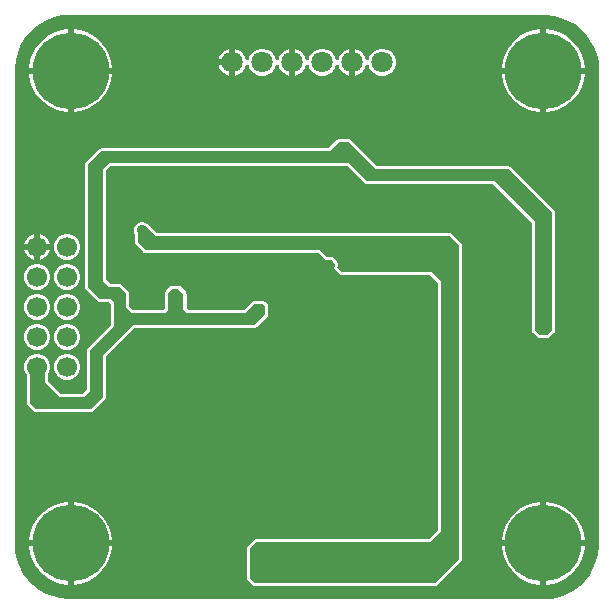
<source format=gbl>
G04*
G04 #@! TF.GenerationSoftware,Altium Limited,Altium Designer,22.3.1 (43)*
G04*
G04 Layer_Physical_Order=2*
G04 Layer_Color=16711680*
%FSLAX25Y25*%
%MOIN*%
G70*
G04*
G04 #@! TF.SameCoordinates,2454C8F7-4EAD-40B7-BFB8-64AA641CEC59*
G04*
G04*
G04 #@! TF.FilePolarity,Positive*
G04*
G01*
G75*
%ADD58C,0.25591*%
%ADD59C,0.06693*%
%ADD60C,0.07087*%
%ADD61C,0.03543*%
%ADD62C,0.05000*%
G36*
X20484Y195830D02*
X20499Y195832D01*
X20514Y195829D01*
X176850D01*
X176858Y195831D01*
X176867Y195829D01*
X178135Y195850D01*
X180653Y195547D01*
X183108Y194906D01*
X185453Y193939D01*
X187645Y192664D01*
X189646Y191104D01*
X191416Y189288D01*
X192925Y187249D01*
X194144Y185024D01*
X195051Y182655D01*
X195629Y180186D01*
X195869Y177655D01*
X195830Y176368D01*
X195832Y176352D01*
X195829Y176337D01*
Y20000D01*
X195831Y19992D01*
X195829Y19984D01*
X195850Y18716D01*
X195547Y16197D01*
X194906Y13743D01*
X193939Y11398D01*
X192664Y9205D01*
X191104Y7205D01*
X189288Y5434D01*
X187249Y3925D01*
X185024Y2706D01*
X182655Y1799D01*
X180186Y1221D01*
X177655Y982D01*
X176368Y1021D01*
X176352Y1018D01*
X176337Y1021D01*
X20000Y1021D01*
X19992Y1020D01*
X19984Y1021D01*
X18716Y1001D01*
X16197Y1304D01*
X13743Y1944D01*
X11398Y2911D01*
X9205Y4186D01*
X7205Y5746D01*
X5434Y7563D01*
X3925Y9602D01*
X2706Y11826D01*
X1799Y14195D01*
X1221Y16665D01*
X982Y19196D01*
X1021Y20483D01*
X1018Y20498D01*
X1021Y20514D01*
X1022Y176852D01*
X1021Y176860D01*
X1022Y176868D01*
X1002Y178136D01*
X1305Y180654D01*
X1946Y183108D01*
X2912Y185453D01*
X4187Y187645D01*
X5747Y189645D01*
X7563Y191416D01*
X9602Y192924D01*
X11826Y194143D01*
X14195Y195050D01*
X16664Y195628D01*
X19195Y195868D01*
X20484Y195830D01*
D02*
G37*
%LPC*%
G36*
X72500Y184436D02*
X71746Y184234D01*
X70710Y183635D01*
X69864Y182790D01*
X69266Y181754D01*
X69064Y181000D01*
X72500D01*
Y184436D01*
D02*
G37*
G36*
X84098Y184543D02*
X82902D01*
X81746Y184234D01*
X80710Y183635D01*
X79865Y182790D01*
X79266Y181754D01*
X78993Y180734D01*
X78007D01*
X77734Y181754D01*
X77135Y182790D01*
X76290Y183635D01*
X75254Y184234D01*
X74500Y184436D01*
Y180000D01*
Y175564D01*
X75254Y175766D01*
X76290Y176365D01*
X77135Y177210D01*
X77734Y178246D01*
X78007Y179267D01*
X78993D01*
X79266Y178246D01*
X79865Y177210D01*
X80710Y176365D01*
X81746Y175766D01*
X82902Y175457D01*
X84098D01*
X85254Y175766D01*
X86290Y176365D01*
X87135Y177210D01*
X87734Y178246D01*
X88007Y179267D01*
X88993D01*
X89266Y178246D01*
X89864Y177210D01*
X90710Y176365D01*
X91746Y175766D01*
X92500Y175564D01*
Y180000D01*
Y184436D01*
X91746Y184234D01*
X90710Y183635D01*
X89864Y182790D01*
X89266Y181754D01*
X88993Y180734D01*
X88007D01*
X87734Y181754D01*
X87135Y182790D01*
X86290Y183635D01*
X85254Y184234D01*
X84098Y184543D01*
D02*
G37*
G36*
X124098D02*
X122902D01*
X121746Y184234D01*
X120710Y183635D01*
X119864Y182790D01*
X119266Y181754D01*
X118993Y180734D01*
X118007D01*
X117734Y181754D01*
X117136Y182790D01*
X116290Y183635D01*
X115254Y184234D01*
X114500Y184436D01*
Y180000D01*
Y175564D01*
X115254Y175766D01*
X116290Y176365D01*
X117136Y177210D01*
X117734Y178246D01*
X118007Y179267D01*
X118993D01*
X119266Y178246D01*
X119864Y177210D01*
X120710Y176365D01*
X121746Y175766D01*
X122902Y175457D01*
X124098D01*
X125254Y175766D01*
X126290Y176365D01*
X127136Y177210D01*
X127734Y178246D01*
X128043Y179402D01*
Y180598D01*
X127734Y181754D01*
X127136Y182790D01*
X126290Y183635D01*
X125254Y184234D01*
X124098Y184543D01*
D02*
G37*
G36*
X104098D02*
X102902D01*
X101746Y184234D01*
X100710Y183635D01*
X99865Y182790D01*
X99266Y181754D01*
X98993Y180734D01*
X98007D01*
X97734Y181754D01*
X97136Y182790D01*
X96290Y183635D01*
X95254Y184234D01*
X94500Y184436D01*
Y180000D01*
Y175564D01*
X95254Y175766D01*
X96290Y176365D01*
X97136Y177210D01*
X97734Y178246D01*
X98007Y179267D01*
X98993D01*
X99266Y178246D01*
X99865Y177210D01*
X100710Y176365D01*
X101746Y175766D01*
X102902Y175457D01*
X104098D01*
X105254Y175766D01*
X106290Y176365D01*
X107135Y177210D01*
X107734Y178246D01*
X108007Y179267D01*
X108993D01*
X109266Y178246D01*
X109864Y177210D01*
X110710Y176365D01*
X111746Y175766D01*
X112500Y175564D01*
Y180000D01*
Y184436D01*
X111746Y184234D01*
X110710Y183635D01*
X109864Y182790D01*
X109266Y181754D01*
X108993Y180734D01*
X108007D01*
X107734Y181754D01*
X107135Y182790D01*
X106290Y183635D01*
X105254Y184234D01*
X104098Y184543D01*
D02*
G37*
G36*
X178251Y190961D02*
X178165D01*
Y178165D01*
X190961D01*
Y178251D01*
X190621Y180396D01*
X189950Y182461D01*
X188964Y184396D01*
X187688Y186152D01*
X186152Y187688D01*
X184396Y188964D01*
X182461Y189950D01*
X180396Y190621D01*
X178251Y190961D01*
D02*
G37*
G36*
X176165D02*
X176080D01*
X173935Y190621D01*
X171870Y189950D01*
X169935Y188964D01*
X168178Y187688D01*
X166643Y186152D01*
X165367Y184396D01*
X164381Y182461D01*
X163710Y180396D01*
X163370Y178251D01*
Y178165D01*
X176165D01*
Y190961D01*
D02*
G37*
G36*
X20771D02*
X20685D01*
Y178165D01*
X33480D01*
Y178251D01*
X33141Y180396D01*
X32470Y182461D01*
X31484Y184396D01*
X30207Y186152D01*
X28672Y187688D01*
X26915Y188964D01*
X24981Y189950D01*
X22915Y190621D01*
X20771Y190961D01*
D02*
G37*
G36*
X18685D02*
X18599D01*
X16455Y190621D01*
X14390Y189950D01*
X12455Y188964D01*
X10698Y187688D01*
X9163Y186152D01*
X7886Y184396D01*
X6900Y182461D01*
X6229Y180396D01*
X5890Y178251D01*
Y178165D01*
X18685D01*
Y190961D01*
D02*
G37*
G36*
X72500Y179000D02*
X69064D01*
X69266Y178246D01*
X69864Y177210D01*
X70710Y176365D01*
X71746Y175766D01*
X72500Y175564D01*
Y179000D01*
D02*
G37*
G36*
X190961Y176165D02*
X178165D01*
Y163370D01*
X178251D01*
X180396Y163710D01*
X182461Y164381D01*
X184396Y165367D01*
X186152Y166643D01*
X187688Y168178D01*
X188964Y169935D01*
X189950Y171870D01*
X190621Y173935D01*
X190961Y176080D01*
Y176165D01*
D02*
G37*
G36*
X176165D02*
X163370D01*
Y176080D01*
X163710Y173935D01*
X164381Y171870D01*
X165367Y169935D01*
X166643Y168178D01*
X168178Y166643D01*
X169935Y165367D01*
X171870Y164381D01*
X173935Y163710D01*
X176080Y163370D01*
X176165D01*
Y176165D01*
D02*
G37*
G36*
X33480D02*
X20685D01*
Y163370D01*
X20771D01*
X22915Y163710D01*
X24981Y164381D01*
X26915Y165367D01*
X28672Y166643D01*
X30207Y168178D01*
X31484Y169935D01*
X32470Y171870D01*
X33141Y173935D01*
X33480Y176080D01*
Y176165D01*
D02*
G37*
G36*
X18685D02*
X5890D01*
Y176080D01*
X6229Y173935D01*
X6900Y171870D01*
X7886Y169935D01*
X9163Y168178D01*
X10698Y166643D01*
X12455Y165367D01*
X14390Y164381D01*
X16455Y163710D01*
X18599Y163370D01*
X18685D01*
Y176165D01*
D02*
G37*
G36*
X9500Y122732D02*
Y119500D01*
X12732D01*
X12550Y120178D01*
X11978Y121169D01*
X11169Y121978D01*
X10178Y122550D01*
X9500Y122732D01*
D02*
G37*
G36*
X7500D02*
X6822Y122550D01*
X5831Y121978D01*
X5022Y121169D01*
X4450Y120178D01*
X4268Y119500D01*
X7500D01*
Y122732D01*
D02*
G37*
G36*
X12732Y117500D02*
X9500D01*
Y114268D01*
X10178Y114450D01*
X11169Y115022D01*
X11978Y115831D01*
X12550Y116822D01*
X12732Y117500D01*
D02*
G37*
G36*
X7500D02*
X4268D01*
X4450Y116822D01*
X5022Y115831D01*
X5831Y115022D01*
X6822Y114450D01*
X7500Y114268D01*
Y117500D01*
D02*
G37*
G36*
X19072Y122846D02*
X17928D01*
X16822Y122550D01*
X15831Y121978D01*
X15022Y121169D01*
X14450Y120178D01*
X14154Y119072D01*
Y117928D01*
X14450Y116822D01*
X15022Y115831D01*
X15831Y115022D01*
X16822Y114450D01*
X17928Y114154D01*
X19072D01*
X20178Y114450D01*
X21169Y115022D01*
X21978Y115831D01*
X22550Y116822D01*
X22846Y117928D01*
Y119072D01*
X22550Y120178D01*
X21978Y121169D01*
X21169Y121978D01*
X20178Y122550D01*
X19072Y122846D01*
D02*
G37*
G36*
Y112847D02*
X17928D01*
X16822Y112550D01*
X15831Y111978D01*
X15022Y111169D01*
X14450Y110178D01*
X14154Y109072D01*
Y107928D01*
X14450Y106822D01*
X15022Y105831D01*
X15831Y105022D01*
X16822Y104450D01*
X17928Y104154D01*
X19072D01*
X20178Y104450D01*
X21169Y105022D01*
X21978Y105831D01*
X22550Y106822D01*
X22846Y107928D01*
Y109072D01*
X22550Y110178D01*
X21978Y111169D01*
X21169Y111978D01*
X20178Y112550D01*
X19072Y112847D01*
D02*
G37*
G36*
X9072D02*
X7928D01*
X6822Y112550D01*
X5831Y111978D01*
X5022Y111169D01*
X4450Y110178D01*
X4154Y109072D01*
Y107928D01*
X4450Y106822D01*
X5022Y105831D01*
X5831Y105022D01*
X6822Y104450D01*
X7928Y104154D01*
X9072D01*
X10178Y104450D01*
X11169Y105022D01*
X11978Y105831D01*
X12550Y106822D01*
X12846Y107928D01*
Y109072D01*
X12550Y110178D01*
X11978Y111169D01*
X11169Y111978D01*
X10178Y112550D01*
X9072Y112847D01*
D02*
G37*
G36*
X19072Y102847D02*
X17928D01*
X16822Y102550D01*
X15831Y101978D01*
X15022Y101169D01*
X14450Y100178D01*
X14154Y99072D01*
Y97928D01*
X14450Y96822D01*
X15022Y95831D01*
X15831Y95022D01*
X16822Y94450D01*
X17928Y94153D01*
X19072D01*
X20178Y94450D01*
X21169Y95022D01*
X21978Y95831D01*
X22550Y96822D01*
X22846Y97928D01*
Y99072D01*
X22550Y100178D01*
X21978Y101169D01*
X21169Y101978D01*
X20178Y102550D01*
X19072Y102847D01*
D02*
G37*
G36*
X9072D02*
X7928D01*
X6822Y102550D01*
X5831Y101978D01*
X5022Y101169D01*
X4450Y100178D01*
X4154Y99072D01*
Y97928D01*
X4450Y96822D01*
X5022Y95831D01*
X5831Y95022D01*
X6822Y94450D01*
X7928Y94153D01*
X9072D01*
X10178Y94450D01*
X11169Y95022D01*
X11978Y95831D01*
X12550Y96822D01*
X12846Y97928D01*
Y99072D01*
X12550Y100178D01*
X11978Y101169D01*
X11169Y101978D01*
X10178Y102550D01*
X9072Y102847D01*
D02*
G37*
G36*
X112500Y154520D02*
X109000D01*
X108610Y154442D01*
X108279Y154221D01*
X105578Y151520D01*
X30000D01*
X29610Y151442D01*
X29279Y151221D01*
X24779Y146721D01*
X24558Y146390D01*
X24480Y146000D01*
Y105000D01*
X24558Y104610D01*
X24779Y104279D01*
X28779Y100279D01*
X29110Y100058D01*
X29500Y99980D01*
X32578D01*
X32980Y99578D01*
X32980Y92422D01*
X25279Y84721D01*
X25058Y84390D01*
X24980Y84000D01*
X24980Y70922D01*
X23578Y69520D01*
X16422D01*
X12030Y73912D01*
Y75922D01*
X12550Y76822D01*
X12846Y77928D01*
Y79072D01*
X12550Y80178D01*
X11978Y81169D01*
X11169Y81978D01*
X10178Y82550D01*
X9072Y82846D01*
X7928D01*
X6822Y82550D01*
X5831Y81978D01*
X5022Y81169D01*
X4450Y80178D01*
X4154Y79072D01*
Y77928D01*
X4450Y76822D01*
X4970Y75922D01*
Y70500D01*
X4980Y70419D01*
Y66500D01*
X5058Y66110D01*
X5279Y65779D01*
X7279Y63779D01*
X7279Y63779D01*
X7610Y63558D01*
X8000Y63480D01*
X16000Y63480D01*
X26500Y63480D01*
X26890Y63558D01*
X27221Y63779D01*
X31221Y67779D01*
X31442Y68110D01*
X31520Y68500D01*
Y82078D01*
X40922Y91480D01*
X80787D01*
X80853Y91493D01*
X80920Y91489D01*
X81046Y91532D01*
X81177Y91558D01*
X81233Y91595D01*
X81297Y91617D01*
X81324Y91633D01*
X81402Y91654D01*
X81463Y91684D01*
X81529Y91697D01*
X81640Y91771D01*
X81759Y91830D01*
X81804Y91880D01*
X81860Y91918D01*
X85278Y95336D01*
X85499Y95667D01*
X85576Y96057D01*
Y98596D01*
X85499Y98986D01*
X85278Y99317D01*
X84374Y100221D01*
X84043Y100442D01*
X83653Y100520D01*
X80863D01*
X80473Y100442D01*
X80142Y100221D01*
X77441Y97520D01*
X59500Y97520D01*
X58922D01*
X58291Y98151D01*
Y102881D01*
X58214Y103271D01*
X57993Y103602D01*
X56291Y105304D01*
X55960Y105525D01*
X55570Y105602D01*
X53430D01*
X53040Y105525D01*
X52709Y105304D01*
X51279Y103874D01*
X51058Y103543D01*
X50980Y103153D01*
Y97922D01*
X50578Y97520D01*
X47000Y97520D01*
X40422Y97520D01*
X39020Y98922D01*
X39020Y103000D01*
X38942Y103390D01*
X38721Y103721D01*
X36721Y105721D01*
X36390Y105942D01*
X36000Y106020D01*
X32961Y106020D01*
X31520Y107462D01*
Y131000D01*
X31520Y144078D01*
X32922Y145480D01*
X112078D01*
X117779Y139779D01*
X118110Y139558D01*
X118500Y139480D01*
X160578D01*
X173480Y126578D01*
Y90500D01*
X173558Y90110D01*
X173779Y89779D01*
X173779Y89779D01*
X175278Y88280D01*
X175278Y88280D01*
X175609Y88059D01*
X175999Y87981D01*
X178501D01*
X178891Y88059D01*
X179222Y88280D01*
X180721Y89779D01*
X180942Y90110D01*
X181020Y90500D01*
X181020Y130000D01*
X180942Y130390D01*
X180721Y130721D01*
X172721Y138721D01*
X166221Y145221D01*
X165890Y145442D01*
X165500Y145520D01*
X121922Y145520D01*
X113221Y154221D01*
X112890Y154442D01*
X112500Y154520D01*
D02*
G37*
G36*
X19072Y92847D02*
X17928D01*
X16822Y92550D01*
X15831Y91978D01*
X15022Y91169D01*
X14450Y90178D01*
X14154Y89072D01*
Y87928D01*
X14450Y86822D01*
X15022Y85831D01*
X15831Y85022D01*
X16822Y84450D01*
X17928Y84153D01*
X19072D01*
X20178Y84450D01*
X21169Y85022D01*
X21978Y85831D01*
X22550Y86822D01*
X22846Y87928D01*
Y89072D01*
X22550Y90178D01*
X21978Y91169D01*
X21169Y91978D01*
X20178Y92550D01*
X19072Y92847D01*
D02*
G37*
G36*
X9072D02*
X7928D01*
X6822Y92550D01*
X5831Y91978D01*
X5022Y91169D01*
X4450Y90178D01*
X4154Y89072D01*
Y87928D01*
X4450Y86822D01*
X5022Y85831D01*
X5831Y85022D01*
X6822Y84450D01*
X7928Y84153D01*
X9072D01*
X10178Y84450D01*
X11169Y85022D01*
X11978Y85831D01*
X12550Y86822D01*
X12846Y87928D01*
Y89072D01*
X12550Y90178D01*
X11978Y91169D01*
X11169Y91978D01*
X10178Y92550D01*
X9072Y92847D01*
D02*
G37*
G36*
X19072Y82846D02*
X17928D01*
X16822Y82550D01*
X15831Y81978D01*
X15022Y81169D01*
X14450Y80178D01*
X14154Y79072D01*
Y77928D01*
X14450Y76822D01*
X15022Y75831D01*
X15831Y75022D01*
X16822Y74450D01*
X17928Y74154D01*
X19072D01*
X20178Y74450D01*
X21169Y75022D01*
X21978Y75831D01*
X22550Y76822D01*
X22846Y77928D01*
Y79072D01*
X22550Y80178D01*
X21978Y81169D01*
X21169Y81978D01*
X20178Y82550D01*
X19072Y82846D01*
D02*
G37*
G36*
X178251Y33480D02*
X178165D01*
Y20685D01*
X190961D01*
Y20771D01*
X190621Y22915D01*
X189950Y24981D01*
X188964Y26915D01*
X187688Y28672D01*
X186152Y30207D01*
X184396Y31484D01*
X182461Y32470D01*
X180396Y33141D01*
X178251Y33480D01*
D02*
G37*
G36*
X176165D02*
X176080D01*
X173935Y33141D01*
X171870Y32470D01*
X169935Y31484D01*
X168178Y30207D01*
X166643Y28672D01*
X165367Y26915D01*
X164381Y24981D01*
X163710Y22915D01*
X163370Y20771D01*
Y20685D01*
X176165D01*
Y33480D01*
D02*
G37*
G36*
X20771D02*
X20685D01*
Y20685D01*
X33480D01*
Y20771D01*
X33141Y22915D01*
X32470Y24981D01*
X31484Y26915D01*
X30207Y28672D01*
X28672Y30207D01*
X26915Y31484D01*
X24981Y32470D01*
X22915Y33141D01*
X20771Y33480D01*
D02*
G37*
G36*
X18685D02*
X18599D01*
X16455Y33141D01*
X14390Y32470D01*
X12455Y31484D01*
X10698Y30207D01*
X9163Y28672D01*
X7886Y26915D01*
X6900Y24981D01*
X6229Y22915D01*
X5890Y20771D01*
Y20685D01*
X18685D01*
Y33480D01*
D02*
G37*
G36*
X190961Y18685D02*
X178165D01*
Y5890D01*
X178251D01*
X180396Y6229D01*
X182461Y6900D01*
X184396Y7886D01*
X186152Y9163D01*
X187688Y10698D01*
X188964Y12455D01*
X189950Y14390D01*
X190621Y16455D01*
X190961Y18599D01*
Y18685D01*
D02*
G37*
G36*
X176165D02*
X163370D01*
Y18599D01*
X163710Y16455D01*
X164381Y14390D01*
X165367Y12455D01*
X166643Y10698D01*
X168178Y9163D01*
X169935Y7886D01*
X171870Y6900D01*
X173935Y6229D01*
X176080Y5890D01*
X176165D01*
Y18685D01*
D02*
G37*
G36*
X33480D02*
X20685D01*
Y5890D01*
X20771D01*
X22915Y6229D01*
X24981Y6900D01*
X26915Y7886D01*
X28672Y9163D01*
X30207Y10698D01*
X31484Y12455D01*
X32470Y14390D01*
X33141Y16455D01*
X33480Y18599D01*
Y18685D01*
D02*
G37*
G36*
X18685D02*
X5890D01*
Y18599D01*
X6229Y16455D01*
X6900Y14390D01*
X7886Y12455D01*
X9163Y10698D01*
X10698Y9163D01*
X12455Y7886D01*
X14390Y6900D01*
X16455Y6229D01*
X18599Y5890D01*
X18685D01*
Y18685D01*
D02*
G37*
G36*
X43865Y126772D02*
X43135D01*
X42430Y126583D01*
X41798Y126218D01*
X41282Y125702D01*
X40917Y125070D01*
X40728Y124365D01*
Y123635D01*
X40917Y122930D01*
X40980Y122821D01*
X40980Y119999D01*
X41058Y119609D01*
X41279Y119278D01*
X41279Y119278D01*
X43778Y116779D01*
X43778Y116779D01*
X44109Y116558D01*
X44499Y116480D01*
X102078D01*
X104278Y114280D01*
X104388Y114206D01*
X104489Y114119D01*
X104552Y114097D01*
X104608Y114059D01*
X104739Y114033D01*
X104865Y113991D01*
X104932Y113995D01*
X104999Y113982D01*
X105129Y114008D01*
X105262Y114017D01*
X105640Y114118D01*
X106102D01*
X106547Y113998D01*
X106947Y113768D01*
X107273Y113442D01*
X107503Y113042D01*
X107623Y112596D01*
Y112135D01*
X107522Y111757D01*
X107513Y111624D01*
X107487Y111494D01*
X107500Y111427D01*
X107496Y111360D01*
X107539Y111234D01*
X107565Y111103D01*
X107602Y111047D01*
X107624Y110984D01*
X107712Y110883D01*
X107786Y110773D01*
X109279Y109279D01*
X109610Y109058D01*
X110000Y108980D01*
X139578D01*
X141980Y106578D01*
Y23864D01*
X139136Y21020D01*
X81500D01*
X81110Y20942D01*
X80779Y20721D01*
X78779Y18721D01*
X78558Y18390D01*
X78480Y18000D01*
Y8000D01*
X78558Y7610D01*
X78779Y7279D01*
X78779Y7279D01*
X80279Y5779D01*
X80610Y5558D01*
X81000Y5480D01*
X141000D01*
X141390Y5558D01*
X141721Y5779D01*
X149721Y13779D01*
X149942Y14110D01*
X150020Y14500D01*
Y119000D01*
X149942Y119390D01*
X149721Y119721D01*
X146721Y122721D01*
X146390Y122942D01*
X146000Y123020D01*
X48422D01*
X45721Y125721D01*
X45654Y125766D01*
X45202Y126218D01*
X44570Y126583D01*
X43865Y126772D01*
D02*
G37*
%LPD*%
G36*
X121500Y144500D02*
X165500Y144500D01*
X172000Y138000D01*
X180000Y130000D01*
X180000Y90500D01*
X178501Y89001D01*
X175999D01*
X174500Y90500D01*
Y127000D01*
X161000Y140500D01*
X118500D01*
X112500Y146500D01*
X32500D01*
X30500Y144500D01*
X30500Y131000D01*
Y107039D01*
X32539Y105000D01*
X36000Y105000D01*
X38000Y103000D01*
X38000Y98500D01*
X40000Y96500D01*
X47000Y96500D01*
X51000Y96500D01*
X52000Y97500D01*
Y103153D01*
X53430Y104583D01*
X55570D01*
X57272Y102881D01*
Y97728D01*
X58500Y96500D01*
X59500D01*
X77500Y96500D01*
X77864D01*
X80863Y99500D01*
X83653D01*
X84557Y98596D01*
Y96057D01*
X81139Y92639D01*
X80930Y92583D01*
X80787Y92500D01*
X40500D01*
X30500Y82500D01*
Y68500D01*
X26500Y64500D01*
X16000Y64500D01*
X8000Y64500D01*
X6000Y66500D01*
Y73500D01*
X11000D01*
X16000Y68500D01*
X24000D01*
X26000Y70500D01*
X26000Y84000D01*
X34000Y92000D01*
X34000Y100000D01*
X33000Y101000D01*
X29500D01*
X25500Y105000D01*
Y146000D01*
X30000Y150500D01*
X106000D01*
X109000Y153500D01*
X112500D01*
X121500Y144500D01*
D02*
G37*
G36*
X48000Y122000D02*
X146000D01*
X149000Y119000D01*
Y14500D01*
X141000Y6500D01*
X81000D01*
X79500Y8000D01*
Y18000D01*
X81500Y20000D01*
X139558D01*
X143000Y23442D01*
Y107000D01*
X140000Y110000D01*
X110000D01*
X108507Y111494D01*
X108642Y112001D01*
Y112731D01*
X108454Y113436D01*
X108089Y114068D01*
X107573Y114584D01*
X106941Y114949D01*
X106236Y115138D01*
X105506D01*
X104999Y115001D01*
X102500Y117500D01*
X44499D01*
X42000Y119999D01*
X42000Y124500D01*
X42500Y125000D01*
X45000Y125000D01*
X48000Y122000D01*
D02*
G37*
D58*
X19685Y19685D02*
D03*
X177165Y177165D02*
D03*
Y19685D02*
D03*
X19685Y177165D02*
D03*
D59*
X8500Y88500D02*
D03*
X18500Y78500D02*
D03*
Y88500D02*
D03*
Y118500D02*
D03*
X8500Y108500D02*
D03*
Y98500D02*
D03*
Y78500D02*
D03*
X18500Y108500D02*
D03*
Y98500D02*
D03*
X8500Y118500D02*
D03*
D60*
X123500Y180000D02*
D03*
X83500D02*
D03*
X93500D02*
D03*
X113500D02*
D03*
X73500D02*
D03*
X103500D02*
D03*
D61*
X192913Y62992D02*
D03*
X188977Y55118D02*
D03*
X192913Y47244D02*
D03*
X188977Y39370D02*
D03*
X192913Y31496D02*
D03*
X185039Y62992D02*
D03*
X181103Y55118D02*
D03*
X185039Y47244D02*
D03*
X181103Y39370D02*
D03*
X177165Y62992D02*
D03*
X173228Y55118D02*
D03*
X177165Y47244D02*
D03*
X173228Y39370D02*
D03*
X169291Y62992D02*
D03*
X165354Y55118D02*
D03*
X169291Y47244D02*
D03*
X165354Y39370D02*
D03*
Y7874D02*
D03*
X161417Y62992D02*
D03*
X157480Y55118D02*
D03*
X161417Y47244D02*
D03*
X157480Y39370D02*
D03*
X161417Y31496D02*
D03*
X157480Y23622D02*
D03*
X161417Y15748D02*
D03*
X157480Y7874D02*
D03*
X153543Y62992D02*
D03*
Y47244D02*
D03*
Y31496D02*
D03*
Y15748D02*
D03*
X149606Y7874D02*
D03*
X137795Y62992D02*
D03*
X133858Y55118D02*
D03*
X137795Y47244D02*
D03*
X133858Y39370D02*
D03*
X137795Y31496D02*
D03*
X133858Y23622D02*
D03*
X129921Y62992D02*
D03*
X125984Y55118D02*
D03*
X129921Y47244D02*
D03*
X125984Y39370D02*
D03*
X129921Y31496D02*
D03*
X122047Y62992D02*
D03*
X118110Y55118D02*
D03*
Y39370D02*
D03*
X114173Y62992D02*
D03*
X110236Y39370D02*
D03*
X102362Y55118D02*
D03*
X106299Y47244D02*
D03*
X102362Y39370D02*
D03*
X94488Y55118D02*
D03*
X98425Y47244D02*
D03*
X90551Y62992D02*
D03*
X86614Y55118D02*
D03*
X90551Y47244D02*
D03*
X82677Y62992D02*
D03*
X78740Y55118D02*
D03*
X70866Y7874D02*
D03*
X62992Y55118D02*
D03*
Y7874D02*
D03*
X55118D02*
D03*
X47244D02*
D03*
X39370D02*
D03*
X35433Y62992D02*
D03*
Y31496D02*
D03*
Y15748D02*
D03*
X31496Y7874D02*
D03*
X82000Y97500D02*
D03*
X65000Y89000D02*
D03*
X84000Y140000D02*
D03*
X82000Y90000D02*
D03*
X76500Y113500D02*
D03*
X54500Y102000D02*
D03*
X84000Y113500D02*
D03*
X105871Y112366D02*
D03*
X82000Y71500D02*
D03*
X138000Y73500D02*
D03*
X119000Y128292D02*
D03*
X169000Y138000D02*
D03*
X181000Y142500D02*
D03*
X104000Y33500D02*
D03*
X36000Y120000D02*
D03*
X43500Y124000D02*
D03*
X102500Y141000D02*
D03*
X74000Y143000D02*
D03*
X31000Y103000D02*
D03*
X177000Y91000D02*
D03*
X182500Y79500D02*
D03*
X56500Y88000D02*
D03*
X30500Y98000D02*
D03*
X145500Y71000D02*
D03*
X162500D02*
D03*
X112000Y35000D02*
D03*
X72500Y60000D02*
D03*
X110500Y17500D02*
D03*
X106500D02*
D03*
X102500D02*
D03*
X98500Y13000D02*
D03*
X90500D02*
D03*
X106500D02*
D03*
X94500Y8500D02*
D03*
X102500D02*
D03*
X110500Y13000D02*
D03*
X82500D02*
D03*
X94500D02*
D03*
X82500Y8500D02*
D03*
X106500D02*
D03*
X86500D02*
D03*
X90500D02*
D03*
X110500D02*
D03*
X102500Y13000D02*
D03*
X98500Y8500D02*
D03*
X86500Y13000D02*
D03*
X49000Y34000D02*
D03*
X119000Y113000D02*
D03*
X112000Y112500D02*
D03*
X165000Y113500D02*
D03*
X157500Y124000D02*
D03*
X146000Y118500D02*
D03*
X119000Y143500D02*
D03*
X111000Y151000D02*
D03*
X62500Y148500D02*
D03*
X52000Y125000D02*
D03*
D62*
X8500Y70500D02*
Y78042D01*
M02*

</source>
